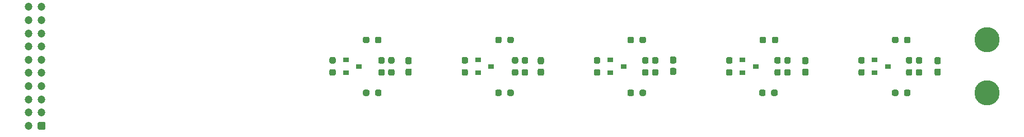
<source format=gbr>
%TF.GenerationSoftware,KiCad,Pcbnew,(5.1.7)-1*%
%TF.CreationDate,2020-11-11T22:14:19+01:00*%
%TF.ProjectId,rgb_sensor_v2,7267625f-7365-46e7-936f-725f76322e6b,rev?*%
%TF.SameCoordinates,Original*%
%TF.FileFunction,Soldermask,Top*%
%TF.FilePolarity,Negative*%
%FSLAX46Y46*%
G04 Gerber Fmt 4.6, Leading zero omitted, Abs format (unit mm)*
G04 Created by KiCad (PCBNEW (5.1.7)-1) date 2020-11-11 22:14:19*
%MOMM*%
%LPD*%
G01*
G04 APERTURE LIST*
%ADD10C,1.200000*%
%ADD11C,3.800000*%
%ADD12R,0.900000X0.800000*%
G04 APERTURE END LIST*
D10*
%TO.C,J1*%
X90400000Y-88500000D03*
X90400000Y-90500000D03*
X90400000Y-92500000D03*
X90400000Y-94500000D03*
X90400000Y-96500000D03*
X90400000Y-98500000D03*
X90400000Y-100500000D03*
X90400000Y-102500000D03*
X90400000Y-104500000D03*
X90400000Y-106500000D03*
X92400000Y-88500000D03*
X92400000Y-90500000D03*
X92400000Y-92500000D03*
X92400000Y-94500000D03*
X92400000Y-96500000D03*
X92400000Y-98500000D03*
X92400000Y-100500000D03*
X92400000Y-102500000D03*
X92400000Y-104500000D03*
G36*
G01*
X92750001Y-107100000D02*
X92049999Y-107100000D01*
G75*
G02*
X91800000Y-106850001I0J249999D01*
G01*
X91800000Y-106149999D01*
G75*
G02*
X92049999Y-105900000I249999J0D01*
G01*
X92750001Y-105900000D01*
G75*
G02*
X93000000Y-106149999I0J-249999D01*
G01*
X93000000Y-106850001D01*
G75*
G02*
X92750001Y-107100000I-249999J0D01*
G01*
G37*
%TD*%
D11*
%TO.C,H2*%
X235400000Y-101500000D03*
%TD*%
%TO.C,H1*%
X235400000Y-93500000D03*
%TD*%
%TO.C,R25*%
G36*
G01*
X136162500Y-97925000D02*
X136637500Y-97925000D01*
G75*
G02*
X136875000Y-98162500I0J-237500D01*
G01*
X136875000Y-98662500D01*
G75*
G02*
X136637500Y-98900000I-237500J0D01*
G01*
X136162500Y-98900000D01*
G75*
G02*
X135925000Y-98662500I0J237500D01*
G01*
X135925000Y-98162500D01*
G75*
G02*
X136162500Y-97925000I237500J0D01*
G01*
G37*
G36*
G01*
X136162500Y-96100000D02*
X136637500Y-96100000D01*
G75*
G02*
X136875000Y-96337500I0J-237500D01*
G01*
X136875000Y-96837500D01*
G75*
G02*
X136637500Y-97075000I-237500J0D01*
G01*
X136162500Y-97075000D01*
G75*
G02*
X135925000Y-96837500I0J237500D01*
G01*
X135925000Y-96337500D01*
G75*
G02*
X136162500Y-96100000I237500J0D01*
G01*
G37*
%TD*%
%TO.C,R24*%
G36*
G01*
X141975000Y-93262500D02*
X141975000Y-93737500D01*
G75*
G02*
X141737500Y-93975000I-237500J0D01*
G01*
X141237500Y-93975000D01*
G75*
G02*
X141000000Y-93737500I0J237500D01*
G01*
X141000000Y-93262500D01*
G75*
G02*
X141237500Y-93025000I237500J0D01*
G01*
X141737500Y-93025000D01*
G75*
G02*
X141975000Y-93262500I0J-237500D01*
G01*
G37*
G36*
G01*
X143800000Y-93262500D02*
X143800000Y-93737500D01*
G75*
G02*
X143562500Y-93975000I-237500J0D01*
G01*
X143062500Y-93975000D01*
G75*
G02*
X142825000Y-93737500I0J237500D01*
G01*
X142825000Y-93262500D01*
G75*
G02*
X143062500Y-93025000I237500J0D01*
G01*
X143562500Y-93025000D01*
G75*
G02*
X143800000Y-93262500I0J-237500D01*
G01*
G37*
%TD*%
%TO.C,R23*%
G36*
G01*
X141975000Y-101262500D02*
X141975000Y-101737500D01*
G75*
G02*
X141737500Y-101975000I-237500J0D01*
G01*
X141237500Y-101975000D01*
G75*
G02*
X141000000Y-101737500I0J237500D01*
G01*
X141000000Y-101262500D01*
G75*
G02*
X141237500Y-101025000I237500J0D01*
G01*
X141737500Y-101025000D01*
G75*
G02*
X141975000Y-101262500I0J-237500D01*
G01*
G37*
G36*
G01*
X143800000Y-101262500D02*
X143800000Y-101737500D01*
G75*
G02*
X143562500Y-101975000I-237500J0D01*
G01*
X143062500Y-101975000D01*
G75*
G02*
X142825000Y-101737500I0J237500D01*
G01*
X142825000Y-101262500D01*
G75*
G02*
X143062500Y-101025000I237500J0D01*
G01*
X143562500Y-101025000D01*
G75*
G02*
X143800000Y-101262500I0J-237500D01*
G01*
G37*
%TD*%
%TO.C,R22*%
G36*
G01*
X145537500Y-97075000D02*
X145062500Y-97075000D01*
G75*
G02*
X144825000Y-96837500I0J237500D01*
G01*
X144825000Y-96337500D01*
G75*
G02*
X145062500Y-96100000I237500J0D01*
G01*
X145537500Y-96100000D01*
G75*
G02*
X145775000Y-96337500I0J-237500D01*
G01*
X145775000Y-96837500D01*
G75*
G02*
X145537500Y-97075000I-237500J0D01*
G01*
G37*
G36*
G01*
X145537500Y-98900000D02*
X145062500Y-98900000D01*
G75*
G02*
X144825000Y-98662500I0J237500D01*
G01*
X144825000Y-98162500D01*
G75*
G02*
X145062500Y-97925000I237500J0D01*
G01*
X145537500Y-97925000D01*
G75*
G02*
X145775000Y-98162500I0J-237500D01*
G01*
X145775000Y-98662500D01*
G75*
G02*
X145537500Y-98900000I-237500J0D01*
G01*
G37*
%TD*%
%TO.C,R21*%
G36*
G01*
X144037500Y-97075000D02*
X143562500Y-97075000D01*
G75*
G02*
X143325000Y-96837500I0J237500D01*
G01*
X143325000Y-96337500D01*
G75*
G02*
X143562500Y-96100000I237500J0D01*
G01*
X144037500Y-96100000D01*
G75*
G02*
X144275000Y-96337500I0J-237500D01*
G01*
X144275000Y-96837500D01*
G75*
G02*
X144037500Y-97075000I-237500J0D01*
G01*
G37*
G36*
G01*
X144037500Y-98900000D02*
X143562500Y-98900000D01*
G75*
G02*
X143325000Y-98662500I0J237500D01*
G01*
X143325000Y-98162500D01*
G75*
G02*
X143562500Y-97925000I237500J0D01*
G01*
X144037500Y-97925000D01*
G75*
G02*
X144275000Y-98162500I0J-237500D01*
G01*
X144275000Y-98662500D01*
G75*
G02*
X144037500Y-98900000I-237500J0D01*
G01*
G37*
%TD*%
%TO.C,R20*%
G36*
G01*
X156162500Y-97925000D02*
X156637500Y-97925000D01*
G75*
G02*
X156875000Y-98162500I0J-237500D01*
G01*
X156875000Y-98662500D01*
G75*
G02*
X156637500Y-98900000I-237500J0D01*
G01*
X156162500Y-98900000D01*
G75*
G02*
X155925000Y-98662500I0J237500D01*
G01*
X155925000Y-98162500D01*
G75*
G02*
X156162500Y-97925000I237500J0D01*
G01*
G37*
G36*
G01*
X156162500Y-96100000D02*
X156637500Y-96100000D01*
G75*
G02*
X156875000Y-96337500I0J-237500D01*
G01*
X156875000Y-96837500D01*
G75*
G02*
X156637500Y-97075000I-237500J0D01*
G01*
X156162500Y-97075000D01*
G75*
G02*
X155925000Y-96837500I0J237500D01*
G01*
X155925000Y-96337500D01*
G75*
G02*
X156162500Y-96100000I237500J0D01*
G01*
G37*
%TD*%
%TO.C,R19*%
G36*
G01*
X161975000Y-93262500D02*
X161975000Y-93737500D01*
G75*
G02*
X161737500Y-93975000I-237500J0D01*
G01*
X161237500Y-93975000D01*
G75*
G02*
X161000000Y-93737500I0J237500D01*
G01*
X161000000Y-93262500D01*
G75*
G02*
X161237500Y-93025000I237500J0D01*
G01*
X161737500Y-93025000D01*
G75*
G02*
X161975000Y-93262500I0J-237500D01*
G01*
G37*
G36*
G01*
X163800000Y-93262500D02*
X163800000Y-93737500D01*
G75*
G02*
X163562500Y-93975000I-237500J0D01*
G01*
X163062500Y-93975000D01*
G75*
G02*
X162825000Y-93737500I0J237500D01*
G01*
X162825000Y-93262500D01*
G75*
G02*
X163062500Y-93025000I237500J0D01*
G01*
X163562500Y-93025000D01*
G75*
G02*
X163800000Y-93262500I0J-237500D01*
G01*
G37*
%TD*%
%TO.C,R18*%
G36*
G01*
X161975000Y-101262500D02*
X161975000Y-101737500D01*
G75*
G02*
X161737500Y-101975000I-237500J0D01*
G01*
X161237500Y-101975000D01*
G75*
G02*
X161000000Y-101737500I0J237500D01*
G01*
X161000000Y-101262500D01*
G75*
G02*
X161237500Y-101025000I237500J0D01*
G01*
X161737500Y-101025000D01*
G75*
G02*
X161975000Y-101262500I0J-237500D01*
G01*
G37*
G36*
G01*
X163800000Y-101262500D02*
X163800000Y-101737500D01*
G75*
G02*
X163562500Y-101975000I-237500J0D01*
G01*
X163062500Y-101975000D01*
G75*
G02*
X162825000Y-101737500I0J237500D01*
G01*
X162825000Y-101262500D01*
G75*
G02*
X163062500Y-101025000I237500J0D01*
G01*
X163562500Y-101025000D01*
G75*
G02*
X163800000Y-101262500I0J-237500D01*
G01*
G37*
%TD*%
%TO.C,R17*%
G36*
G01*
X165737500Y-97075000D02*
X165262500Y-97075000D01*
G75*
G02*
X165025000Y-96837500I0J237500D01*
G01*
X165025000Y-96337500D01*
G75*
G02*
X165262500Y-96100000I237500J0D01*
G01*
X165737500Y-96100000D01*
G75*
G02*
X165975000Y-96337500I0J-237500D01*
G01*
X165975000Y-96837500D01*
G75*
G02*
X165737500Y-97075000I-237500J0D01*
G01*
G37*
G36*
G01*
X165737500Y-98900000D02*
X165262500Y-98900000D01*
G75*
G02*
X165025000Y-98662500I0J237500D01*
G01*
X165025000Y-98162500D01*
G75*
G02*
X165262500Y-97925000I237500J0D01*
G01*
X165737500Y-97925000D01*
G75*
G02*
X165975000Y-98162500I0J-237500D01*
G01*
X165975000Y-98662500D01*
G75*
G02*
X165737500Y-98900000I-237500J0D01*
G01*
G37*
%TD*%
%TO.C,R16*%
G36*
G01*
X164237500Y-97075000D02*
X163762500Y-97075000D01*
G75*
G02*
X163525000Y-96837500I0J237500D01*
G01*
X163525000Y-96337500D01*
G75*
G02*
X163762500Y-96100000I237500J0D01*
G01*
X164237500Y-96100000D01*
G75*
G02*
X164475000Y-96337500I0J-237500D01*
G01*
X164475000Y-96837500D01*
G75*
G02*
X164237500Y-97075000I-237500J0D01*
G01*
G37*
G36*
G01*
X164237500Y-98900000D02*
X163762500Y-98900000D01*
G75*
G02*
X163525000Y-98662500I0J237500D01*
G01*
X163525000Y-98162500D01*
G75*
G02*
X163762500Y-97925000I237500J0D01*
G01*
X164237500Y-97925000D01*
G75*
G02*
X164475000Y-98162500I0J-237500D01*
G01*
X164475000Y-98662500D01*
G75*
G02*
X164237500Y-98900000I-237500J0D01*
G01*
G37*
%TD*%
%TO.C,R15*%
G36*
G01*
X176162500Y-97925000D02*
X176637500Y-97925000D01*
G75*
G02*
X176875000Y-98162500I0J-237500D01*
G01*
X176875000Y-98662500D01*
G75*
G02*
X176637500Y-98900000I-237500J0D01*
G01*
X176162500Y-98900000D01*
G75*
G02*
X175925000Y-98662500I0J237500D01*
G01*
X175925000Y-98162500D01*
G75*
G02*
X176162500Y-97925000I237500J0D01*
G01*
G37*
G36*
G01*
X176162500Y-96100000D02*
X176637500Y-96100000D01*
G75*
G02*
X176875000Y-96337500I0J-237500D01*
G01*
X176875000Y-96837500D01*
G75*
G02*
X176637500Y-97075000I-237500J0D01*
G01*
X176162500Y-97075000D01*
G75*
G02*
X175925000Y-96837500I0J237500D01*
G01*
X175925000Y-96337500D01*
G75*
G02*
X176162500Y-96100000I237500J0D01*
G01*
G37*
%TD*%
%TO.C,R14*%
G36*
G01*
X181975000Y-93262500D02*
X181975000Y-93737500D01*
G75*
G02*
X181737500Y-93975000I-237500J0D01*
G01*
X181237500Y-93975000D01*
G75*
G02*
X181000000Y-93737500I0J237500D01*
G01*
X181000000Y-93262500D01*
G75*
G02*
X181237500Y-93025000I237500J0D01*
G01*
X181737500Y-93025000D01*
G75*
G02*
X181975000Y-93262500I0J-237500D01*
G01*
G37*
G36*
G01*
X183800000Y-93262500D02*
X183800000Y-93737500D01*
G75*
G02*
X183562500Y-93975000I-237500J0D01*
G01*
X183062500Y-93975000D01*
G75*
G02*
X182825000Y-93737500I0J237500D01*
G01*
X182825000Y-93262500D01*
G75*
G02*
X183062500Y-93025000I237500J0D01*
G01*
X183562500Y-93025000D01*
G75*
G02*
X183800000Y-93262500I0J-237500D01*
G01*
G37*
%TD*%
%TO.C,R13*%
G36*
G01*
X181975000Y-101262500D02*
X181975000Y-101737500D01*
G75*
G02*
X181737500Y-101975000I-237500J0D01*
G01*
X181237500Y-101975000D01*
G75*
G02*
X181000000Y-101737500I0J237500D01*
G01*
X181000000Y-101262500D01*
G75*
G02*
X181237500Y-101025000I237500J0D01*
G01*
X181737500Y-101025000D01*
G75*
G02*
X181975000Y-101262500I0J-237500D01*
G01*
G37*
G36*
G01*
X183800000Y-101262500D02*
X183800000Y-101737500D01*
G75*
G02*
X183562500Y-101975000I-237500J0D01*
G01*
X183062500Y-101975000D01*
G75*
G02*
X182825000Y-101737500I0J237500D01*
G01*
X182825000Y-101262500D01*
G75*
G02*
X183062500Y-101025000I237500J0D01*
G01*
X183562500Y-101025000D01*
G75*
G02*
X183800000Y-101262500I0J-237500D01*
G01*
G37*
%TD*%
%TO.C,R12*%
G36*
G01*
X185437500Y-97075000D02*
X184962500Y-97075000D01*
G75*
G02*
X184725000Y-96837500I0J237500D01*
G01*
X184725000Y-96337500D01*
G75*
G02*
X184962500Y-96100000I237500J0D01*
G01*
X185437500Y-96100000D01*
G75*
G02*
X185675000Y-96337500I0J-237500D01*
G01*
X185675000Y-96837500D01*
G75*
G02*
X185437500Y-97075000I-237500J0D01*
G01*
G37*
G36*
G01*
X185437500Y-98900000D02*
X184962500Y-98900000D01*
G75*
G02*
X184725000Y-98662500I0J237500D01*
G01*
X184725000Y-98162500D01*
G75*
G02*
X184962500Y-97925000I237500J0D01*
G01*
X185437500Y-97925000D01*
G75*
G02*
X185675000Y-98162500I0J-237500D01*
G01*
X185675000Y-98662500D01*
G75*
G02*
X185437500Y-98900000I-237500J0D01*
G01*
G37*
%TD*%
%TO.C,R11*%
G36*
G01*
X183937500Y-97075000D02*
X183462500Y-97075000D01*
G75*
G02*
X183225000Y-96837500I0J237500D01*
G01*
X183225000Y-96337500D01*
G75*
G02*
X183462500Y-96100000I237500J0D01*
G01*
X183937500Y-96100000D01*
G75*
G02*
X184175000Y-96337500I0J-237500D01*
G01*
X184175000Y-96837500D01*
G75*
G02*
X183937500Y-97075000I-237500J0D01*
G01*
G37*
G36*
G01*
X183937500Y-98900000D02*
X183462500Y-98900000D01*
G75*
G02*
X183225000Y-98662500I0J237500D01*
G01*
X183225000Y-98162500D01*
G75*
G02*
X183462500Y-97925000I237500J0D01*
G01*
X183937500Y-97925000D01*
G75*
G02*
X184175000Y-98162500I0J-237500D01*
G01*
X184175000Y-98662500D01*
G75*
G02*
X183937500Y-98900000I-237500J0D01*
G01*
G37*
%TD*%
%TO.C,R10*%
G36*
G01*
X196162500Y-97925000D02*
X196637500Y-97925000D01*
G75*
G02*
X196875000Y-98162500I0J-237500D01*
G01*
X196875000Y-98662500D01*
G75*
G02*
X196637500Y-98900000I-237500J0D01*
G01*
X196162500Y-98900000D01*
G75*
G02*
X195925000Y-98662500I0J237500D01*
G01*
X195925000Y-98162500D01*
G75*
G02*
X196162500Y-97925000I237500J0D01*
G01*
G37*
G36*
G01*
X196162500Y-96100000D02*
X196637500Y-96100000D01*
G75*
G02*
X196875000Y-96337500I0J-237500D01*
G01*
X196875000Y-96837500D01*
G75*
G02*
X196637500Y-97075000I-237500J0D01*
G01*
X196162500Y-97075000D01*
G75*
G02*
X195925000Y-96837500I0J237500D01*
G01*
X195925000Y-96337500D01*
G75*
G02*
X196162500Y-96100000I237500J0D01*
G01*
G37*
%TD*%
%TO.C,R9*%
G36*
G01*
X201975000Y-93262500D02*
X201975000Y-93737500D01*
G75*
G02*
X201737500Y-93975000I-237500J0D01*
G01*
X201237500Y-93975000D01*
G75*
G02*
X201000000Y-93737500I0J237500D01*
G01*
X201000000Y-93262500D01*
G75*
G02*
X201237500Y-93025000I237500J0D01*
G01*
X201737500Y-93025000D01*
G75*
G02*
X201975000Y-93262500I0J-237500D01*
G01*
G37*
G36*
G01*
X203800000Y-93262500D02*
X203800000Y-93737500D01*
G75*
G02*
X203562500Y-93975000I-237500J0D01*
G01*
X203062500Y-93975000D01*
G75*
G02*
X202825000Y-93737500I0J237500D01*
G01*
X202825000Y-93262500D01*
G75*
G02*
X203062500Y-93025000I237500J0D01*
G01*
X203562500Y-93025000D01*
G75*
G02*
X203800000Y-93262500I0J-237500D01*
G01*
G37*
%TD*%
%TO.C,R8*%
G36*
G01*
X201887500Y-101262500D02*
X201887500Y-101737500D01*
G75*
G02*
X201650000Y-101975000I-237500J0D01*
G01*
X201150000Y-101975000D01*
G75*
G02*
X200912500Y-101737500I0J237500D01*
G01*
X200912500Y-101262500D01*
G75*
G02*
X201150000Y-101025000I237500J0D01*
G01*
X201650000Y-101025000D01*
G75*
G02*
X201887500Y-101262500I0J-237500D01*
G01*
G37*
G36*
G01*
X203712500Y-101262500D02*
X203712500Y-101737500D01*
G75*
G02*
X203475000Y-101975000I-237500J0D01*
G01*
X202975000Y-101975000D01*
G75*
G02*
X202737500Y-101737500I0J237500D01*
G01*
X202737500Y-101262500D01*
G75*
G02*
X202975000Y-101025000I237500J0D01*
G01*
X203475000Y-101025000D01*
G75*
G02*
X203712500Y-101262500I0J-237500D01*
G01*
G37*
%TD*%
%TO.C,R7*%
G36*
G01*
X205437500Y-97075000D02*
X204962500Y-97075000D01*
G75*
G02*
X204725000Y-96837500I0J237500D01*
G01*
X204725000Y-96337500D01*
G75*
G02*
X204962500Y-96100000I237500J0D01*
G01*
X205437500Y-96100000D01*
G75*
G02*
X205675000Y-96337500I0J-237500D01*
G01*
X205675000Y-96837500D01*
G75*
G02*
X205437500Y-97075000I-237500J0D01*
G01*
G37*
G36*
G01*
X205437500Y-98900000D02*
X204962500Y-98900000D01*
G75*
G02*
X204725000Y-98662500I0J237500D01*
G01*
X204725000Y-98162500D01*
G75*
G02*
X204962500Y-97925000I237500J0D01*
G01*
X205437500Y-97925000D01*
G75*
G02*
X205675000Y-98162500I0J-237500D01*
G01*
X205675000Y-98662500D01*
G75*
G02*
X205437500Y-98900000I-237500J0D01*
G01*
G37*
%TD*%
%TO.C,R6*%
G36*
G01*
X203937500Y-97075000D02*
X203462500Y-97075000D01*
G75*
G02*
X203225000Y-96837500I0J237500D01*
G01*
X203225000Y-96337500D01*
G75*
G02*
X203462500Y-96100000I237500J0D01*
G01*
X203937500Y-96100000D01*
G75*
G02*
X204175000Y-96337500I0J-237500D01*
G01*
X204175000Y-96837500D01*
G75*
G02*
X203937500Y-97075000I-237500J0D01*
G01*
G37*
G36*
G01*
X203937500Y-98900000D02*
X203462500Y-98900000D01*
G75*
G02*
X203225000Y-98662500I0J237500D01*
G01*
X203225000Y-98162500D01*
G75*
G02*
X203462500Y-97925000I237500J0D01*
G01*
X203937500Y-97925000D01*
G75*
G02*
X204175000Y-98162500I0J-237500D01*
G01*
X204175000Y-98662500D01*
G75*
G02*
X203937500Y-98900000I-237500J0D01*
G01*
G37*
%TD*%
%TO.C,R4*%
G36*
G01*
X221975000Y-93262500D02*
X221975000Y-93737500D01*
G75*
G02*
X221737500Y-93975000I-237500J0D01*
G01*
X221237500Y-93975000D01*
G75*
G02*
X221000000Y-93737500I0J237500D01*
G01*
X221000000Y-93262500D01*
G75*
G02*
X221237500Y-93025000I237500J0D01*
G01*
X221737500Y-93025000D01*
G75*
G02*
X221975000Y-93262500I0J-237500D01*
G01*
G37*
G36*
G01*
X223800000Y-93262500D02*
X223800000Y-93737500D01*
G75*
G02*
X223562500Y-93975000I-237500J0D01*
G01*
X223062500Y-93975000D01*
G75*
G02*
X222825000Y-93737500I0J237500D01*
G01*
X222825000Y-93262500D01*
G75*
G02*
X223062500Y-93025000I237500J0D01*
G01*
X223562500Y-93025000D01*
G75*
G02*
X223800000Y-93262500I0J-237500D01*
G01*
G37*
%TD*%
%TO.C,R3*%
G36*
G01*
X221975000Y-101262500D02*
X221975000Y-101737500D01*
G75*
G02*
X221737500Y-101975000I-237500J0D01*
G01*
X221237500Y-101975000D01*
G75*
G02*
X221000000Y-101737500I0J237500D01*
G01*
X221000000Y-101262500D01*
G75*
G02*
X221237500Y-101025000I237500J0D01*
G01*
X221737500Y-101025000D01*
G75*
G02*
X221975000Y-101262500I0J-237500D01*
G01*
G37*
G36*
G01*
X223800000Y-101262500D02*
X223800000Y-101737500D01*
G75*
G02*
X223562500Y-101975000I-237500J0D01*
G01*
X223062500Y-101975000D01*
G75*
G02*
X222825000Y-101737500I0J237500D01*
G01*
X222825000Y-101262500D01*
G75*
G02*
X223062500Y-101025000I237500J0D01*
G01*
X223562500Y-101025000D01*
G75*
G02*
X223800000Y-101262500I0J-237500D01*
G01*
G37*
%TD*%
%TO.C,R5*%
G36*
G01*
X216162500Y-97925000D02*
X216637500Y-97925000D01*
G75*
G02*
X216875000Y-98162500I0J-237500D01*
G01*
X216875000Y-98662500D01*
G75*
G02*
X216637500Y-98900000I-237500J0D01*
G01*
X216162500Y-98900000D01*
G75*
G02*
X215925000Y-98662500I0J237500D01*
G01*
X215925000Y-98162500D01*
G75*
G02*
X216162500Y-97925000I237500J0D01*
G01*
G37*
G36*
G01*
X216162500Y-96100000D02*
X216637500Y-96100000D01*
G75*
G02*
X216875000Y-96337500I0J-237500D01*
G01*
X216875000Y-96837500D01*
G75*
G02*
X216637500Y-97075000I-237500J0D01*
G01*
X216162500Y-97075000D01*
G75*
G02*
X215925000Y-96837500I0J237500D01*
G01*
X215925000Y-96337500D01*
G75*
G02*
X216162500Y-96100000I237500J0D01*
G01*
G37*
%TD*%
%TO.C,R2*%
G36*
G01*
X225337500Y-97075000D02*
X224862500Y-97075000D01*
G75*
G02*
X224625000Y-96837500I0J237500D01*
G01*
X224625000Y-96337500D01*
G75*
G02*
X224862500Y-96100000I237500J0D01*
G01*
X225337500Y-96100000D01*
G75*
G02*
X225575000Y-96337500I0J-237500D01*
G01*
X225575000Y-96837500D01*
G75*
G02*
X225337500Y-97075000I-237500J0D01*
G01*
G37*
G36*
G01*
X225337500Y-98900000D02*
X224862500Y-98900000D01*
G75*
G02*
X224625000Y-98662500I0J237500D01*
G01*
X224625000Y-98162500D01*
G75*
G02*
X224862500Y-97925000I237500J0D01*
G01*
X225337500Y-97925000D01*
G75*
G02*
X225575000Y-98162500I0J-237500D01*
G01*
X225575000Y-98662500D01*
G75*
G02*
X225337500Y-98900000I-237500J0D01*
G01*
G37*
%TD*%
%TO.C,R1*%
G36*
G01*
X223837500Y-97075000D02*
X223362500Y-97075000D01*
G75*
G02*
X223125000Y-96837500I0J237500D01*
G01*
X223125000Y-96337500D01*
G75*
G02*
X223362500Y-96100000I237500J0D01*
G01*
X223837500Y-96100000D01*
G75*
G02*
X224075000Y-96337500I0J-237500D01*
G01*
X224075000Y-96837500D01*
G75*
G02*
X223837500Y-97075000I-237500J0D01*
G01*
G37*
G36*
G01*
X223837500Y-98900000D02*
X223362500Y-98900000D01*
G75*
G02*
X223125000Y-98662500I0J237500D01*
G01*
X223125000Y-98162500D01*
G75*
G02*
X223362500Y-97925000I237500J0D01*
G01*
X223837500Y-97925000D01*
G75*
G02*
X224075000Y-98162500I0J-237500D01*
G01*
X224075000Y-98662500D01*
G75*
G02*
X223837500Y-98900000I-237500J0D01*
G01*
G37*
%TD*%
D12*
%TO.C,Q5*%
X140400000Y-97500000D03*
X138400000Y-98450000D03*
X138400000Y-96550000D03*
%TD*%
%TO.C,Q4*%
X160400000Y-97500000D03*
X158400000Y-98450000D03*
X158400000Y-96550000D03*
%TD*%
%TO.C,Q3*%
X180400000Y-97500000D03*
X178400000Y-98450000D03*
X178400000Y-96550000D03*
%TD*%
%TO.C,Q2*%
X200400000Y-97500000D03*
X198400000Y-98450000D03*
X198400000Y-96550000D03*
%TD*%
%TO.C,Q1*%
X220400000Y-97500000D03*
X218400000Y-98450000D03*
X218400000Y-96550000D03*
%TD*%
%TO.C,C5*%
G36*
G01*
X148137500Y-97175000D02*
X147662500Y-97175000D01*
G75*
G02*
X147425000Y-96937500I0J237500D01*
G01*
X147425000Y-96337500D01*
G75*
G02*
X147662500Y-96100000I237500J0D01*
G01*
X148137500Y-96100000D01*
G75*
G02*
X148375000Y-96337500I0J-237500D01*
G01*
X148375000Y-96937500D01*
G75*
G02*
X148137500Y-97175000I-237500J0D01*
G01*
G37*
G36*
G01*
X148137500Y-98900000D02*
X147662500Y-98900000D01*
G75*
G02*
X147425000Y-98662500I0J237500D01*
G01*
X147425000Y-98062500D01*
G75*
G02*
X147662500Y-97825000I237500J0D01*
G01*
X148137500Y-97825000D01*
G75*
G02*
X148375000Y-98062500I0J-237500D01*
G01*
X148375000Y-98662500D01*
G75*
G02*
X148137500Y-98900000I-237500J0D01*
G01*
G37*
%TD*%
%TO.C,C4*%
G36*
G01*
X168137500Y-97175000D02*
X167662500Y-97175000D01*
G75*
G02*
X167425000Y-96937500I0J237500D01*
G01*
X167425000Y-96337500D01*
G75*
G02*
X167662500Y-96100000I237500J0D01*
G01*
X168137500Y-96100000D01*
G75*
G02*
X168375000Y-96337500I0J-237500D01*
G01*
X168375000Y-96937500D01*
G75*
G02*
X168137500Y-97175000I-237500J0D01*
G01*
G37*
G36*
G01*
X168137500Y-98900000D02*
X167662500Y-98900000D01*
G75*
G02*
X167425000Y-98662500I0J237500D01*
G01*
X167425000Y-98062500D01*
G75*
G02*
X167662500Y-97825000I237500J0D01*
G01*
X168137500Y-97825000D01*
G75*
G02*
X168375000Y-98062500I0J-237500D01*
G01*
X168375000Y-98662500D01*
G75*
G02*
X168137500Y-98900000I-237500J0D01*
G01*
G37*
%TD*%
%TO.C,C3*%
G36*
G01*
X188137500Y-97075000D02*
X187662500Y-97075000D01*
G75*
G02*
X187425000Y-96837500I0J237500D01*
G01*
X187425000Y-96237500D01*
G75*
G02*
X187662500Y-96000000I237500J0D01*
G01*
X188137500Y-96000000D01*
G75*
G02*
X188375000Y-96237500I0J-237500D01*
G01*
X188375000Y-96837500D01*
G75*
G02*
X188137500Y-97075000I-237500J0D01*
G01*
G37*
G36*
G01*
X188137500Y-98800000D02*
X187662500Y-98800000D01*
G75*
G02*
X187425000Y-98562500I0J237500D01*
G01*
X187425000Y-97962500D01*
G75*
G02*
X187662500Y-97725000I237500J0D01*
G01*
X188137500Y-97725000D01*
G75*
G02*
X188375000Y-97962500I0J-237500D01*
G01*
X188375000Y-98562500D01*
G75*
G02*
X188137500Y-98800000I-237500J0D01*
G01*
G37*
%TD*%
%TO.C,C2*%
G36*
G01*
X208137500Y-97175000D02*
X207662500Y-97175000D01*
G75*
G02*
X207425000Y-96937500I0J237500D01*
G01*
X207425000Y-96337500D01*
G75*
G02*
X207662500Y-96100000I237500J0D01*
G01*
X208137500Y-96100000D01*
G75*
G02*
X208375000Y-96337500I0J-237500D01*
G01*
X208375000Y-96937500D01*
G75*
G02*
X208137500Y-97175000I-237500J0D01*
G01*
G37*
G36*
G01*
X208137500Y-98900000D02*
X207662500Y-98900000D01*
G75*
G02*
X207425000Y-98662500I0J237500D01*
G01*
X207425000Y-98062500D01*
G75*
G02*
X207662500Y-97825000I237500J0D01*
G01*
X208137500Y-97825000D01*
G75*
G02*
X208375000Y-98062500I0J-237500D01*
G01*
X208375000Y-98662500D01*
G75*
G02*
X208137500Y-98900000I-237500J0D01*
G01*
G37*
%TD*%
%TO.C,C1*%
G36*
G01*
X228137500Y-97175000D02*
X227662500Y-97175000D01*
G75*
G02*
X227425000Y-96937500I0J237500D01*
G01*
X227425000Y-96337500D01*
G75*
G02*
X227662500Y-96100000I237500J0D01*
G01*
X228137500Y-96100000D01*
G75*
G02*
X228375000Y-96337500I0J-237500D01*
G01*
X228375000Y-96937500D01*
G75*
G02*
X228137500Y-97175000I-237500J0D01*
G01*
G37*
G36*
G01*
X228137500Y-98900000D02*
X227662500Y-98900000D01*
G75*
G02*
X227425000Y-98662500I0J237500D01*
G01*
X227425000Y-98062500D01*
G75*
G02*
X227662500Y-97825000I237500J0D01*
G01*
X228137500Y-97825000D01*
G75*
G02*
X228375000Y-98062500I0J-237500D01*
G01*
X228375000Y-98662500D01*
G75*
G02*
X228137500Y-98900000I-237500J0D01*
G01*
G37*
%TD*%
M02*

</source>
